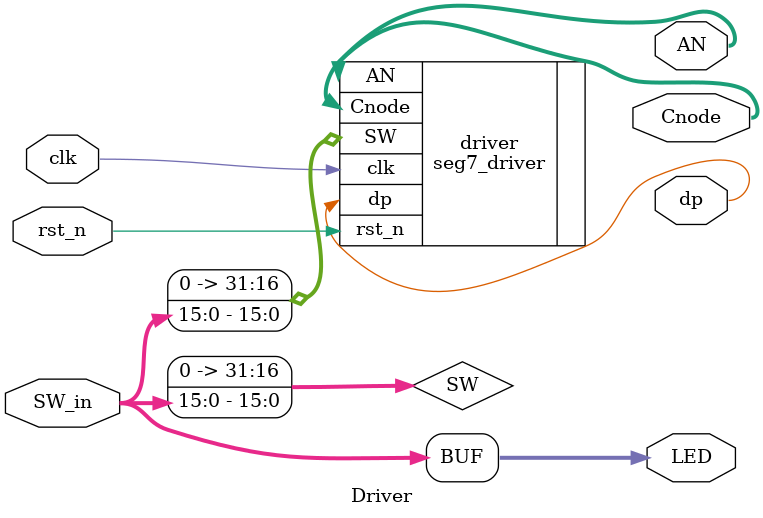
<source format=v>
`timescale 1ns / 1ps


module Driver(
  input clk,
  input rst_n,
  input [15:0] SW_in,   // 4 bits per digit for 4 digits
  output [15:0] LED,
  output [6:0] Cnode,   // 7-segment cathodes
  output dp,
  output [7:0] AN       // Digit enables
);

  assign LED = SW_in;

  wire [31:0] SW = {16'd0, SW_in}; // Upper 16 bits = 0, lower 16 bits = SW_in

  seg7_driver driver(
    .clk(clk),
    .rst_n(rst_n),
    .SW(SW),
    .Cnode(Cnode),
    .dp(dp),
    .AN(AN)
  );

endmodule

</source>
